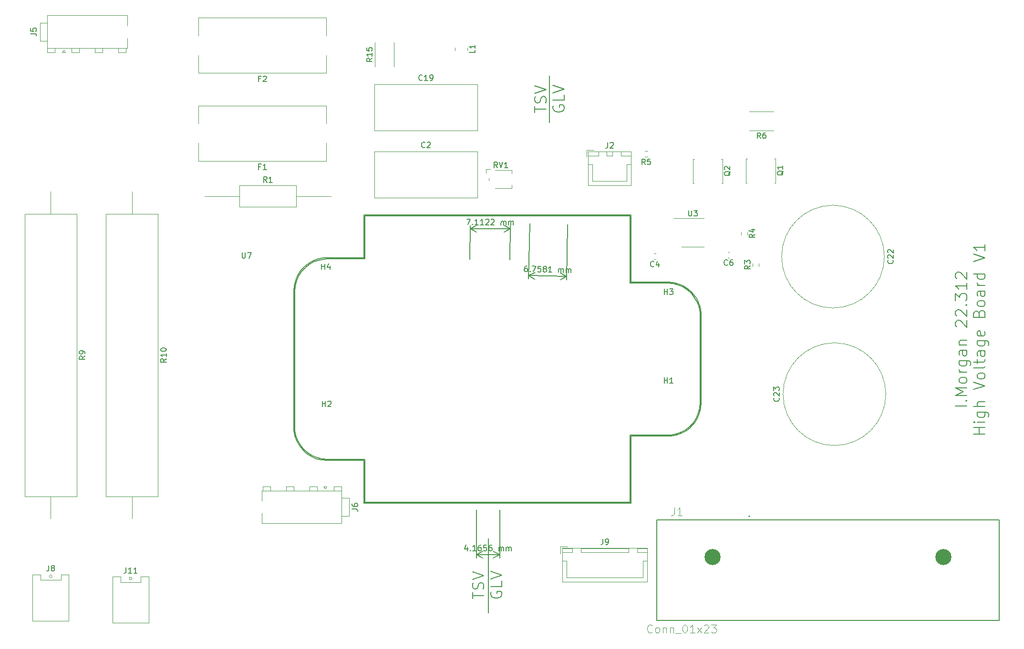
<source format=gbr>
%TF.GenerationSoftware,KiCad,Pcbnew,(6.0.1)*%
%TF.CreationDate,2022-11-29T11:45:12-05:00*%
%TF.ProjectId,high-voltage-board,68696768-2d76-46f6-9c74-6167652d626f,rev?*%
%TF.SameCoordinates,Original*%
%TF.FileFunction,Legend,Top*%
%TF.FilePolarity,Positive*%
%FSLAX46Y46*%
G04 Gerber Fmt 4.6, Leading zero omitted, Abs format (unit mm)*
G04 Created by KiCad (PCBNEW (6.0.1)) date 2022-11-29 11:45:12*
%MOMM*%
%LPD*%
G01*
G04 APERTURE LIST*
%ADD10C,0.150000*%
%ADD11C,0.050000*%
%ADD12C,0.120000*%
%ADD13C,0.200000*%
%ADD14C,0.127000*%
%ADD15C,2.850000*%
G04 APERTURE END LIST*
D10*
X145135600Y-60553600D02*
X145135600Y-52273200D01*
X134315200Y-134467600D02*
X134315200Y-147675600D01*
X131457561Y-145179752D02*
X131457561Y-144036895D01*
X133457561Y-144608323D02*
X131457561Y-144608323D01*
X133362323Y-143465466D02*
X133457561Y-143179752D01*
X133457561Y-142703561D01*
X133362323Y-142513085D01*
X133267085Y-142417847D01*
X133076609Y-142322609D01*
X132886133Y-142322609D01*
X132695657Y-142417847D01*
X132600419Y-142513085D01*
X132505180Y-142703561D01*
X132409942Y-143084514D01*
X132314704Y-143274990D01*
X132219466Y-143370228D01*
X132028990Y-143465466D01*
X131838514Y-143465466D01*
X131648038Y-143370228D01*
X131552800Y-143274990D01*
X131457561Y-143084514D01*
X131457561Y-142608323D01*
X131552800Y-142322609D01*
X131457561Y-141751180D02*
X133457561Y-141084514D01*
X131457561Y-140417847D01*
X134772800Y-143941657D02*
X134677561Y-144132133D01*
X134677561Y-144417847D01*
X134772800Y-144703561D01*
X134963276Y-144894038D01*
X135153752Y-144989276D01*
X135534704Y-145084514D01*
X135820419Y-145084514D01*
X136201371Y-144989276D01*
X136391847Y-144894038D01*
X136582323Y-144703561D01*
X136677561Y-144417847D01*
X136677561Y-144227371D01*
X136582323Y-143941657D01*
X136487085Y-143846419D01*
X135820419Y-143846419D01*
X135820419Y-144227371D01*
X136677561Y-142036895D02*
X136677561Y-142989276D01*
X134677561Y-142989276D01*
X134677561Y-141655942D02*
X136677561Y-140989276D01*
X134677561Y-140322609D01*
X219207961Y-110967942D02*
X217207961Y-110967942D01*
X219017485Y-110015561D02*
X219112723Y-109920323D01*
X219207961Y-110015561D01*
X219112723Y-110110800D01*
X219017485Y-110015561D01*
X219207961Y-110015561D01*
X219207961Y-109063180D02*
X217207961Y-109063180D01*
X218636533Y-108396514D01*
X217207961Y-107729847D01*
X219207961Y-107729847D01*
X219207961Y-106491752D02*
X219112723Y-106682228D01*
X219017485Y-106777466D01*
X218827009Y-106872704D01*
X218255580Y-106872704D01*
X218065104Y-106777466D01*
X217969866Y-106682228D01*
X217874628Y-106491752D01*
X217874628Y-106206038D01*
X217969866Y-106015561D01*
X218065104Y-105920323D01*
X218255580Y-105825085D01*
X218827009Y-105825085D01*
X219017485Y-105920323D01*
X219112723Y-106015561D01*
X219207961Y-106206038D01*
X219207961Y-106491752D01*
X219207961Y-104967942D02*
X217874628Y-104967942D01*
X218255580Y-104967942D02*
X218065104Y-104872704D01*
X217969866Y-104777466D01*
X217874628Y-104586990D01*
X217874628Y-104396514D01*
X217874628Y-102872704D02*
X219493676Y-102872704D01*
X219684152Y-102967942D01*
X219779390Y-103063180D01*
X219874628Y-103253657D01*
X219874628Y-103539371D01*
X219779390Y-103729847D01*
X219112723Y-102872704D02*
X219207961Y-103063180D01*
X219207961Y-103444133D01*
X219112723Y-103634609D01*
X219017485Y-103729847D01*
X218827009Y-103825085D01*
X218255580Y-103825085D01*
X218065104Y-103729847D01*
X217969866Y-103634609D01*
X217874628Y-103444133D01*
X217874628Y-103063180D01*
X217969866Y-102872704D01*
X219207961Y-101063180D02*
X218160342Y-101063180D01*
X217969866Y-101158419D01*
X217874628Y-101348895D01*
X217874628Y-101729847D01*
X217969866Y-101920323D01*
X219112723Y-101063180D02*
X219207961Y-101253657D01*
X219207961Y-101729847D01*
X219112723Y-101920323D01*
X218922247Y-102015561D01*
X218731771Y-102015561D01*
X218541295Y-101920323D01*
X218446057Y-101729847D01*
X218446057Y-101253657D01*
X218350819Y-101063180D01*
X217874628Y-100110800D02*
X219207961Y-100110800D01*
X218065104Y-100110800D02*
X217969866Y-100015561D01*
X217874628Y-99825085D01*
X217874628Y-99539371D01*
X217969866Y-99348895D01*
X218160342Y-99253657D01*
X219207961Y-99253657D01*
X217398438Y-96872704D02*
X217303200Y-96777466D01*
X217207961Y-96586990D01*
X217207961Y-96110800D01*
X217303200Y-95920323D01*
X217398438Y-95825085D01*
X217588914Y-95729847D01*
X217779390Y-95729847D01*
X218065104Y-95825085D01*
X219207961Y-96967942D01*
X219207961Y-95729847D01*
X217398438Y-94967942D02*
X217303200Y-94872704D01*
X217207961Y-94682228D01*
X217207961Y-94206038D01*
X217303200Y-94015561D01*
X217398438Y-93920323D01*
X217588914Y-93825085D01*
X217779390Y-93825085D01*
X218065104Y-93920323D01*
X219207961Y-95063180D01*
X219207961Y-93825085D01*
X219017485Y-92967942D02*
X219112723Y-92872704D01*
X219207961Y-92967942D01*
X219112723Y-93063180D01*
X219017485Y-92967942D01*
X219207961Y-92967942D01*
X217207961Y-92206038D02*
X217207961Y-90967942D01*
X217969866Y-91634609D01*
X217969866Y-91348895D01*
X218065104Y-91158419D01*
X218160342Y-91063180D01*
X218350819Y-90967942D01*
X218827009Y-90967942D01*
X219017485Y-91063180D01*
X219112723Y-91158419D01*
X219207961Y-91348895D01*
X219207961Y-91920323D01*
X219112723Y-92110800D01*
X219017485Y-92206038D01*
X219207961Y-89063180D02*
X219207961Y-90206038D01*
X219207961Y-89634609D02*
X217207961Y-89634609D01*
X217493676Y-89825085D01*
X217684152Y-90015561D01*
X217779390Y-90206038D01*
X217398438Y-88301276D02*
X217303200Y-88206038D01*
X217207961Y-88015561D01*
X217207961Y-87539371D01*
X217303200Y-87348895D01*
X217398438Y-87253657D01*
X217588914Y-87158419D01*
X217779390Y-87158419D01*
X218065104Y-87253657D01*
X219207961Y-88396514D01*
X219207961Y-87158419D01*
X222427961Y-115920323D02*
X220427961Y-115920323D01*
X221380342Y-115920323D02*
X221380342Y-114777466D01*
X222427961Y-114777466D02*
X220427961Y-114777466D01*
X222427961Y-113825085D02*
X221094628Y-113825085D01*
X220427961Y-113825085D02*
X220523200Y-113920323D01*
X220618438Y-113825085D01*
X220523200Y-113729847D01*
X220427961Y-113825085D01*
X220618438Y-113825085D01*
X221094628Y-112015561D02*
X222713676Y-112015561D01*
X222904152Y-112110799D01*
X222999390Y-112206038D01*
X223094628Y-112396514D01*
X223094628Y-112682228D01*
X222999390Y-112872704D01*
X222332723Y-112015561D02*
X222427961Y-112206038D01*
X222427961Y-112586990D01*
X222332723Y-112777466D01*
X222237485Y-112872704D01*
X222047009Y-112967942D01*
X221475580Y-112967942D01*
X221285104Y-112872704D01*
X221189866Y-112777466D01*
X221094628Y-112586990D01*
X221094628Y-112206038D01*
X221189866Y-112015561D01*
X222427961Y-111063180D02*
X220427961Y-111063180D01*
X222427961Y-110206038D02*
X221380342Y-110206038D01*
X221189866Y-110301276D01*
X221094628Y-110491752D01*
X221094628Y-110777466D01*
X221189866Y-110967942D01*
X221285104Y-111063180D01*
X220427961Y-108015561D02*
X222427961Y-107348895D01*
X220427961Y-106682228D01*
X222427961Y-105729847D02*
X222332723Y-105920323D01*
X222237485Y-106015561D01*
X222047009Y-106110799D01*
X221475580Y-106110799D01*
X221285104Y-106015561D01*
X221189866Y-105920323D01*
X221094628Y-105729847D01*
X221094628Y-105444133D01*
X221189866Y-105253657D01*
X221285104Y-105158419D01*
X221475580Y-105063180D01*
X222047009Y-105063180D01*
X222237485Y-105158419D01*
X222332723Y-105253657D01*
X222427961Y-105444133D01*
X222427961Y-105729847D01*
X222427961Y-103920323D02*
X222332723Y-104110799D01*
X222142247Y-104206038D01*
X220427961Y-104206038D01*
X221094628Y-103444133D02*
X221094628Y-102682228D01*
X220427961Y-103158419D02*
X222142247Y-103158419D01*
X222332723Y-103063180D01*
X222427961Y-102872704D01*
X222427961Y-102682228D01*
X222427961Y-101158419D02*
X221380342Y-101158419D01*
X221189866Y-101253657D01*
X221094628Y-101444133D01*
X221094628Y-101825085D01*
X221189866Y-102015561D01*
X222332723Y-101158419D02*
X222427961Y-101348895D01*
X222427961Y-101825085D01*
X222332723Y-102015561D01*
X222142247Y-102110800D01*
X221951771Y-102110800D01*
X221761295Y-102015561D01*
X221666057Y-101825085D01*
X221666057Y-101348895D01*
X221570819Y-101158419D01*
X221094628Y-99348895D02*
X222713676Y-99348895D01*
X222904152Y-99444133D01*
X222999390Y-99539371D01*
X223094628Y-99729847D01*
X223094628Y-100015561D01*
X222999390Y-100206038D01*
X222332723Y-99348895D02*
X222427961Y-99539371D01*
X222427961Y-99920323D01*
X222332723Y-100110800D01*
X222237485Y-100206038D01*
X222047009Y-100301276D01*
X221475580Y-100301276D01*
X221285104Y-100206038D01*
X221189866Y-100110800D01*
X221094628Y-99920323D01*
X221094628Y-99539371D01*
X221189866Y-99348895D01*
X222332723Y-97634609D02*
X222427961Y-97825085D01*
X222427961Y-98206038D01*
X222332723Y-98396514D01*
X222142247Y-98491752D01*
X221380342Y-98491752D01*
X221189866Y-98396514D01*
X221094628Y-98206038D01*
X221094628Y-97825085D01*
X221189866Y-97634609D01*
X221380342Y-97539371D01*
X221570819Y-97539371D01*
X221761295Y-98491752D01*
X221380342Y-94491752D02*
X221475580Y-94206038D01*
X221570819Y-94110800D01*
X221761295Y-94015561D01*
X222047009Y-94015561D01*
X222237485Y-94110800D01*
X222332723Y-94206038D01*
X222427961Y-94396514D01*
X222427961Y-95158419D01*
X220427961Y-95158419D01*
X220427961Y-94491752D01*
X220523200Y-94301276D01*
X220618438Y-94206038D01*
X220808914Y-94110800D01*
X220999390Y-94110800D01*
X221189866Y-94206038D01*
X221285104Y-94301276D01*
X221380342Y-94491752D01*
X221380342Y-95158419D01*
X222427961Y-92872704D02*
X222332723Y-93063180D01*
X222237485Y-93158419D01*
X222047009Y-93253657D01*
X221475580Y-93253657D01*
X221285104Y-93158419D01*
X221189866Y-93063180D01*
X221094628Y-92872704D01*
X221094628Y-92586990D01*
X221189866Y-92396514D01*
X221285104Y-92301276D01*
X221475580Y-92206038D01*
X222047009Y-92206038D01*
X222237485Y-92301276D01*
X222332723Y-92396514D01*
X222427961Y-92586990D01*
X222427961Y-92872704D01*
X222427961Y-90491752D02*
X221380342Y-90491752D01*
X221189866Y-90586990D01*
X221094628Y-90777466D01*
X221094628Y-91158419D01*
X221189866Y-91348895D01*
X222332723Y-90491752D02*
X222427961Y-90682228D01*
X222427961Y-91158419D01*
X222332723Y-91348895D01*
X222142247Y-91444133D01*
X221951771Y-91444133D01*
X221761295Y-91348895D01*
X221666057Y-91158419D01*
X221666057Y-90682228D01*
X221570819Y-90491752D01*
X222427961Y-89539371D02*
X221094628Y-89539371D01*
X221475580Y-89539371D02*
X221285104Y-89444133D01*
X221189866Y-89348895D01*
X221094628Y-89158419D01*
X221094628Y-88967942D01*
X222427961Y-87444133D02*
X220427961Y-87444133D01*
X222332723Y-87444133D02*
X222427961Y-87634609D01*
X222427961Y-88015561D01*
X222332723Y-88206038D01*
X222237485Y-88301276D01*
X222047009Y-88396514D01*
X221475580Y-88396514D01*
X221285104Y-88301276D01*
X221189866Y-88206038D01*
X221094628Y-88015561D01*
X221094628Y-87634609D01*
X221189866Y-87444133D01*
X220427961Y-85253657D02*
X222427961Y-84586990D01*
X220427961Y-83920323D01*
X222427961Y-82206038D02*
X222427961Y-83348895D01*
X222427961Y-82777466D02*
X220427961Y-82777466D01*
X220713676Y-82967942D01*
X220904152Y-83158419D01*
X220999390Y-83348895D01*
X142531961Y-58794352D02*
X142531961Y-57651495D01*
X144531961Y-58222923D02*
X142531961Y-58222923D01*
X144436723Y-57080066D02*
X144531961Y-56794352D01*
X144531961Y-56318161D01*
X144436723Y-56127685D01*
X144341485Y-56032447D01*
X144151009Y-55937209D01*
X143960533Y-55937209D01*
X143770057Y-56032447D01*
X143674819Y-56127685D01*
X143579580Y-56318161D01*
X143484342Y-56699114D01*
X143389104Y-56889590D01*
X143293866Y-56984828D01*
X143103390Y-57080066D01*
X142912914Y-57080066D01*
X142722438Y-56984828D01*
X142627200Y-56889590D01*
X142531961Y-56699114D01*
X142531961Y-56222923D01*
X142627200Y-55937209D01*
X142531961Y-55365780D02*
X144531961Y-54699114D01*
X142531961Y-54032447D01*
X145847200Y-57556257D02*
X145751961Y-57746733D01*
X145751961Y-58032447D01*
X145847200Y-58318161D01*
X146037676Y-58508638D01*
X146228152Y-58603876D01*
X146609104Y-58699114D01*
X146894819Y-58699114D01*
X147275771Y-58603876D01*
X147466247Y-58508638D01*
X147656723Y-58318161D01*
X147751961Y-58032447D01*
X147751961Y-57841971D01*
X147656723Y-57556257D01*
X147561485Y-57461019D01*
X146894819Y-57461019D01*
X146894819Y-57841971D01*
X147751961Y-55651495D02*
X147751961Y-56603876D01*
X145751961Y-56603876D01*
X145751961Y-55270542D02*
X147751961Y-54603876D01*
X145751961Y-53937209D01*
X130433678Y-77711661D02*
X131100327Y-77716423D01*
X130664624Y-78713336D01*
X131474808Y-78623883D02*
X131522085Y-78671841D01*
X131474127Y-78719119D01*
X131426850Y-78671161D01*
X131474808Y-78623883D01*
X131474127Y-78719119D01*
X132474102Y-78726261D02*
X131902688Y-78722180D01*
X132188395Y-78724220D02*
X132195537Y-77724246D01*
X132099281Y-77866419D01*
X132003366Y-77960975D01*
X131907790Y-78007912D01*
X133426458Y-78733064D02*
X132855044Y-78728982D01*
X133140751Y-78731023D02*
X133147894Y-77731048D01*
X133051638Y-77873222D01*
X132955722Y-77967777D01*
X132860146Y-78014715D01*
X133813864Y-77831046D02*
X133861822Y-77783768D01*
X133957397Y-77736831D01*
X134195486Y-77738531D01*
X134290382Y-77786829D01*
X134337660Y-77834787D01*
X134384597Y-77930363D01*
X134383917Y-78025599D01*
X134335279Y-78168112D01*
X133759783Y-78735445D01*
X134378815Y-78739866D01*
X134766220Y-77837848D02*
X134814178Y-77790571D01*
X134909754Y-77743633D01*
X135147843Y-77745334D01*
X135242739Y-77793632D01*
X135290016Y-77841590D01*
X135336954Y-77937166D01*
X135336274Y-78032401D01*
X135287635Y-78174915D01*
X134712140Y-78742247D01*
X135331172Y-78746669D01*
X136521618Y-78755172D02*
X136526379Y-78088522D01*
X136525699Y-78183758D02*
X136573657Y-78136480D01*
X136669233Y-78089543D01*
X136812086Y-78090563D01*
X136906982Y-78138861D01*
X136953920Y-78234437D01*
X136950178Y-78758233D01*
X136953920Y-78234437D02*
X137002218Y-78139541D01*
X137097793Y-78092604D01*
X137240647Y-78093624D01*
X137335542Y-78141922D01*
X137382480Y-78237498D01*
X137378739Y-78761294D01*
X137854917Y-78764696D02*
X137859679Y-78098046D01*
X137858998Y-78193282D02*
X137906956Y-78146004D01*
X138002532Y-78099066D01*
X138145386Y-78100087D01*
X138240281Y-78148385D01*
X138287219Y-78243961D01*
X138283477Y-78767757D01*
X138287219Y-78243961D02*
X138335517Y-78149065D01*
X138431093Y-78102127D01*
X138573946Y-78103148D01*
X138668842Y-78151446D01*
X138715779Y-78247022D01*
X138712038Y-78770818D01*
X131016771Y-84894813D02*
X131060110Y-78827364D01*
X138128771Y-84945613D02*
X138172110Y-78878164D01*
X131055922Y-79413769D02*
X138167922Y-79464569D01*
X131055922Y-79413769D02*
X138167922Y-79464569D01*
X131055922Y-79413769D02*
X132178208Y-80008221D01*
X131055922Y-79413769D02*
X132186586Y-78835409D01*
X138167922Y-79464569D02*
X137045636Y-78870117D01*
X138167922Y-79464569D02*
X137037258Y-80042929D01*
X141161494Y-86063076D02*
X140971067Y-86058781D01*
X140874779Y-86104240D01*
X140826098Y-86150773D01*
X140727663Y-86291446D01*
X140675760Y-86480800D01*
X140667170Y-86861656D01*
X140712629Y-86957943D01*
X140759162Y-87006624D01*
X140853302Y-87056379D01*
X141043730Y-87060674D01*
X141140018Y-87015215D01*
X141188698Y-86968682D01*
X141238453Y-86874542D01*
X141243822Y-86636507D01*
X141198363Y-86540219D01*
X141151830Y-86491538D01*
X141057690Y-86441784D01*
X140867262Y-86437488D01*
X140770974Y-86482948D01*
X140722294Y-86529481D01*
X140672539Y-86623621D01*
X141664768Y-86979420D02*
X141711301Y-87028101D01*
X141662620Y-87074634D01*
X141616087Y-87025953D01*
X141664768Y-86979420D01*
X141662620Y-87074634D01*
X142066026Y-86083479D02*
X142732523Y-86098513D01*
X142281510Y-87088594D01*
X143589448Y-86117842D02*
X143113379Y-86107103D01*
X143055034Y-86582099D01*
X143103714Y-86535566D01*
X143200002Y-86490107D01*
X143438037Y-86495476D01*
X143532177Y-86545230D01*
X143578710Y-86593911D01*
X143624169Y-86690199D01*
X143618800Y-86928234D01*
X143569045Y-87022374D01*
X143520365Y-87068907D01*
X143424077Y-87114366D01*
X143186042Y-87108997D01*
X143091902Y-87059242D01*
X143045369Y-87010561D01*
X144198674Y-86560264D02*
X144104534Y-86510510D01*
X144058001Y-86461829D01*
X144012542Y-86365541D01*
X144013615Y-86317934D01*
X144063370Y-86223794D01*
X144112051Y-86177261D01*
X144208338Y-86131802D01*
X144398766Y-86136097D01*
X144492906Y-86185852D01*
X144539439Y-86234533D01*
X144584899Y-86330820D01*
X144583825Y-86378427D01*
X144534070Y-86472567D01*
X144485389Y-86519100D01*
X144389102Y-86564560D01*
X144198674Y-86560264D01*
X144102386Y-86605723D01*
X144053705Y-86652257D01*
X144003951Y-86746397D01*
X143999655Y-86936824D01*
X144045115Y-87033112D01*
X144091648Y-87081793D01*
X144185788Y-87131547D01*
X144376216Y-87135843D01*
X144472503Y-87090384D01*
X144521184Y-87043850D01*
X144570939Y-86949710D01*
X144575234Y-86759283D01*
X144529775Y-86662995D01*
X144483242Y-86614314D01*
X144389102Y-86564560D01*
X145518782Y-87161615D02*
X144947499Y-87148729D01*
X145233140Y-87155172D02*
X145255691Y-86155426D01*
X145157256Y-86296099D01*
X145059894Y-86389166D01*
X144963606Y-86434625D01*
X146708956Y-87188461D02*
X146723989Y-86521964D01*
X146721842Y-86617178D02*
X146770522Y-86570645D01*
X146866810Y-86525185D01*
X147009631Y-86528407D01*
X147103771Y-86578162D01*
X147149230Y-86674449D01*
X147137418Y-87198126D01*
X147149230Y-86674449D02*
X147198985Y-86580309D01*
X147295273Y-86534850D01*
X147438093Y-86538072D01*
X147532233Y-86587826D01*
X147577693Y-86684114D01*
X147565880Y-87207790D01*
X148041950Y-87218529D02*
X148056984Y-86552031D01*
X148054836Y-86647245D02*
X148103517Y-86600712D01*
X148199804Y-86555253D01*
X148342625Y-86558474D01*
X148436765Y-86608229D01*
X148482225Y-86704517D01*
X148470412Y-87228193D01*
X148482225Y-86704517D02*
X148531979Y-86610377D01*
X148628267Y-86564918D01*
X148771088Y-86568139D01*
X148865228Y-86617894D01*
X148910687Y-86714181D01*
X148898875Y-87237858D01*
X141619125Y-78528673D02*
X141397523Y-88353021D01*
X148375525Y-78681073D02*
X148153923Y-88505421D01*
X141410747Y-87766750D02*
X148167147Y-87919150D01*
X141410747Y-87766750D02*
X148167147Y-87919150D01*
X141410747Y-87766750D02*
X142523740Y-88378425D01*
X141410747Y-87766750D02*
X142550188Y-87205882D01*
X148167147Y-87919150D02*
X147054154Y-87307475D01*
X148167147Y-87919150D02*
X147027706Y-88480018D01*
X130546933Y-135998914D02*
X130546933Y-136665580D01*
X130308838Y-135617961D02*
X130070742Y-136332247D01*
X130689790Y-136332247D01*
X131070742Y-136570342D02*
X131118361Y-136617961D01*
X131070742Y-136665580D01*
X131023123Y-136617961D01*
X131070742Y-136570342D01*
X131070742Y-136665580D01*
X132070742Y-136665580D02*
X131499314Y-136665580D01*
X131785028Y-136665580D02*
X131785028Y-135665580D01*
X131689790Y-135808438D01*
X131594552Y-135903676D01*
X131499314Y-135951295D01*
X132927885Y-135665580D02*
X132737409Y-135665580D01*
X132642171Y-135713200D01*
X132594552Y-135760819D01*
X132499314Y-135903676D01*
X132451695Y-136094152D01*
X132451695Y-136475104D01*
X132499314Y-136570342D01*
X132546933Y-136617961D01*
X132642171Y-136665580D01*
X132832647Y-136665580D01*
X132927885Y-136617961D01*
X132975504Y-136570342D01*
X133023123Y-136475104D01*
X133023123Y-136237009D01*
X132975504Y-136141771D01*
X132927885Y-136094152D01*
X132832647Y-136046533D01*
X132642171Y-136046533D01*
X132546933Y-136094152D01*
X132499314Y-136141771D01*
X132451695Y-136237009D01*
X133927885Y-135665580D02*
X133451695Y-135665580D01*
X133404076Y-136141771D01*
X133451695Y-136094152D01*
X133546933Y-136046533D01*
X133785028Y-136046533D01*
X133880266Y-136094152D01*
X133927885Y-136141771D01*
X133975504Y-136237009D01*
X133975504Y-136475104D01*
X133927885Y-136570342D01*
X133880266Y-136617961D01*
X133785028Y-136665580D01*
X133546933Y-136665580D01*
X133451695Y-136617961D01*
X133404076Y-136570342D01*
X134832647Y-135665580D02*
X134642171Y-135665580D01*
X134546933Y-135713200D01*
X134499314Y-135760819D01*
X134404076Y-135903676D01*
X134356457Y-136094152D01*
X134356457Y-136475104D01*
X134404076Y-136570342D01*
X134451695Y-136617961D01*
X134546933Y-136665580D01*
X134737409Y-136665580D01*
X134832647Y-136617961D01*
X134880266Y-136570342D01*
X134927885Y-136475104D01*
X134927885Y-136237009D01*
X134880266Y-136141771D01*
X134832647Y-136094152D01*
X134737409Y-136046533D01*
X134546933Y-136046533D01*
X134451695Y-136094152D01*
X134404076Y-136141771D01*
X134356457Y-136237009D01*
X136118361Y-136665580D02*
X136118361Y-135998914D01*
X136118361Y-136094152D02*
X136165980Y-136046533D01*
X136261219Y-135998914D01*
X136404076Y-135998914D01*
X136499314Y-136046533D01*
X136546933Y-136141771D01*
X136546933Y-136665580D01*
X136546933Y-136141771D02*
X136594552Y-136046533D01*
X136689790Y-135998914D01*
X136832647Y-135998914D01*
X136927885Y-136046533D01*
X136975504Y-136141771D01*
X136975504Y-136665580D01*
X137451695Y-136665580D02*
X137451695Y-135998914D01*
X137451695Y-136094152D02*
X137499314Y-136046533D01*
X137594552Y-135998914D01*
X137737409Y-135998914D01*
X137832647Y-136046533D01*
X137880266Y-136141771D01*
X137880266Y-136665580D01*
X137880266Y-136141771D02*
X137927885Y-136046533D01*
X138023123Y-135998914D01*
X138165980Y-135998914D01*
X138261219Y-136046533D01*
X138308838Y-136141771D01*
X138308838Y-136665580D01*
X132130800Y-129379600D02*
X132130800Y-137949620D01*
X136296400Y-129379600D02*
X136296400Y-137949620D01*
X132130800Y-137363200D02*
X136296400Y-137363200D01*
X132130800Y-137363200D02*
X136296400Y-137363200D01*
X132130800Y-137363200D02*
X133257304Y-137949621D01*
X132130800Y-137363200D02*
X133257304Y-136776779D01*
X136296400Y-137363200D02*
X135169896Y-136776779D01*
X136296400Y-137363200D02*
X135169896Y-137949621D01*
%TO.C,J5*%
X53035380Y-44784333D02*
X53749666Y-44784333D01*
X53892523Y-44831952D01*
X53987761Y-44927190D01*
X54035380Y-45070047D01*
X54035380Y-45165285D01*
X53035380Y-43831952D02*
X53035380Y-44308142D01*
X53511571Y-44355761D01*
X53463952Y-44308142D01*
X53416333Y-44212904D01*
X53416333Y-43974809D01*
X53463952Y-43879571D01*
X53511571Y-43831952D01*
X53606809Y-43784333D01*
X53844904Y-43784333D01*
X53940142Y-43831952D01*
X53987761Y-43879571D01*
X54035380Y-43974809D01*
X54035380Y-44212904D01*
X53987761Y-44308142D01*
X53940142Y-44355761D01*
%TO.C,J2*%
X155475666Y-64101380D02*
X155475666Y-64815666D01*
X155428047Y-64958523D01*
X155332809Y-65053761D01*
X155189952Y-65101380D01*
X155094714Y-65101380D01*
X155904238Y-64196619D02*
X155951857Y-64149000D01*
X156047095Y-64101380D01*
X156285190Y-64101380D01*
X156380428Y-64149000D01*
X156428047Y-64196619D01*
X156475666Y-64291857D01*
X156475666Y-64387095D01*
X156428047Y-64529952D01*
X155856619Y-65101380D01*
X156475666Y-65101380D01*
%TO.C,U7*%
X90551095Y-83653380D02*
X90551095Y-84462904D01*
X90598714Y-84558142D01*
X90646333Y-84605761D01*
X90741571Y-84653380D01*
X90932047Y-84653380D01*
X91027285Y-84605761D01*
X91074904Y-84558142D01*
X91122523Y-84462904D01*
X91122523Y-83653380D01*
X91503476Y-83653380D02*
X92170142Y-83653380D01*
X91741571Y-84653380D01*
%TO.C,F1*%
X93826666Y-68412571D02*
X93493333Y-68412571D01*
X93493333Y-68936380D02*
X93493333Y-67936380D01*
X93969523Y-67936380D01*
X94874285Y-68936380D02*
X94302857Y-68936380D01*
X94588571Y-68936380D02*
X94588571Y-67936380D01*
X94493333Y-68079238D01*
X94398095Y-68174476D01*
X94302857Y-68222095D01*
%TO.C,H4*%
X104677215Y-86674280D02*
X104677215Y-85674280D01*
X104677215Y-86150471D02*
X105248643Y-86150471D01*
X105248643Y-86674280D02*
X105248643Y-85674280D01*
X106153405Y-86007614D02*
X106153405Y-86674280D01*
X105915310Y-85626661D02*
X105677215Y-86340947D01*
X106296262Y-86340947D01*
%TO.C,C22*%
X206060142Y-85037857D02*
X206107761Y-85085476D01*
X206155380Y-85228333D01*
X206155380Y-85323571D01*
X206107761Y-85466428D01*
X206012523Y-85561666D01*
X205917285Y-85609285D01*
X205726809Y-85656904D01*
X205583952Y-85656904D01*
X205393476Y-85609285D01*
X205298238Y-85561666D01*
X205203000Y-85466428D01*
X205155380Y-85323571D01*
X205155380Y-85228333D01*
X205203000Y-85085476D01*
X205250619Y-85037857D01*
X205250619Y-84656904D02*
X205203000Y-84609285D01*
X205155380Y-84514047D01*
X205155380Y-84275952D01*
X205203000Y-84180714D01*
X205250619Y-84133095D01*
X205345857Y-84085476D01*
X205441095Y-84085476D01*
X205583952Y-84133095D01*
X206155380Y-84704523D01*
X206155380Y-84085476D01*
X205250619Y-83704523D02*
X205203000Y-83656904D01*
X205155380Y-83561666D01*
X205155380Y-83323571D01*
X205203000Y-83228333D01*
X205250619Y-83180714D01*
X205345857Y-83133095D01*
X205441095Y-83133095D01*
X205583952Y-83180714D01*
X206155380Y-83752142D01*
X206155380Y-83133095D01*
%TO.C,C19*%
X122547142Y-53019142D02*
X122499523Y-53066761D01*
X122356666Y-53114380D01*
X122261428Y-53114380D01*
X122118571Y-53066761D01*
X122023333Y-52971523D01*
X121975714Y-52876285D01*
X121928095Y-52685809D01*
X121928095Y-52542952D01*
X121975714Y-52352476D01*
X122023333Y-52257238D01*
X122118571Y-52162000D01*
X122261428Y-52114380D01*
X122356666Y-52114380D01*
X122499523Y-52162000D01*
X122547142Y-52209619D01*
X123499523Y-53114380D02*
X122928095Y-53114380D01*
X123213809Y-53114380D02*
X123213809Y-52114380D01*
X123118571Y-52257238D01*
X123023333Y-52352476D01*
X122928095Y-52400095D01*
X123975714Y-53114380D02*
X124166190Y-53114380D01*
X124261428Y-53066761D01*
X124309047Y-53019142D01*
X124404285Y-52876285D01*
X124451904Y-52685809D01*
X124451904Y-52304857D01*
X124404285Y-52209619D01*
X124356666Y-52162000D01*
X124261428Y-52114380D01*
X124070952Y-52114380D01*
X123975714Y-52162000D01*
X123928095Y-52209619D01*
X123880476Y-52304857D01*
X123880476Y-52542952D01*
X123928095Y-52638190D01*
X123975714Y-52685809D01*
X124070952Y-52733428D01*
X124261428Y-52733428D01*
X124356666Y-52685809D01*
X124404285Y-52638190D01*
X124451904Y-52542952D01*
%TO.C,J9*%
X154606666Y-134569380D02*
X154606666Y-135283666D01*
X154559047Y-135426523D01*
X154463809Y-135521761D01*
X154320952Y-135569380D01*
X154225714Y-135569380D01*
X155130476Y-135569380D02*
X155320952Y-135569380D01*
X155416190Y-135521761D01*
X155463809Y-135474142D01*
X155559047Y-135331285D01*
X155606666Y-135140809D01*
X155606666Y-134759857D01*
X155559047Y-134664619D01*
X155511428Y-134617000D01*
X155416190Y-134569380D01*
X155225714Y-134569380D01*
X155130476Y-134617000D01*
X155082857Y-134664619D01*
X155035238Y-134759857D01*
X155035238Y-134997952D01*
X155082857Y-135093190D01*
X155130476Y-135140809D01*
X155225714Y-135188428D01*
X155416190Y-135188428D01*
X155511428Y-135140809D01*
X155559047Y-135093190D01*
X155606666Y-134997952D01*
%TO.C,C4*%
X163663333Y-86115142D02*
X163615714Y-86162761D01*
X163472857Y-86210380D01*
X163377619Y-86210380D01*
X163234761Y-86162761D01*
X163139523Y-86067523D01*
X163091904Y-85972285D01*
X163044285Y-85781809D01*
X163044285Y-85638952D01*
X163091904Y-85448476D01*
X163139523Y-85353238D01*
X163234761Y-85258000D01*
X163377619Y-85210380D01*
X163472857Y-85210380D01*
X163615714Y-85258000D01*
X163663333Y-85305619D01*
X164520476Y-85543714D02*
X164520476Y-86210380D01*
X164282380Y-85162761D02*
X164044285Y-85877047D01*
X164663333Y-85877047D01*
%TO.C,H2*%
X104775095Y-111060380D02*
X104775095Y-110060380D01*
X104775095Y-110536571D02*
X105346523Y-110536571D01*
X105346523Y-111060380D02*
X105346523Y-110060380D01*
X105775095Y-110155619D02*
X105822714Y-110108000D01*
X105917952Y-110060380D01*
X106156047Y-110060380D01*
X106251285Y-110108000D01*
X106298904Y-110155619D01*
X106346523Y-110250857D01*
X106346523Y-110346095D01*
X106298904Y-110488952D01*
X105727476Y-111060380D01*
X106346523Y-111060380D01*
%TO.C,C23*%
X185814142Y-109481857D02*
X185861761Y-109529476D01*
X185909380Y-109672333D01*
X185909380Y-109767571D01*
X185861761Y-109910428D01*
X185766523Y-110005666D01*
X185671285Y-110053285D01*
X185480809Y-110100904D01*
X185337952Y-110100904D01*
X185147476Y-110053285D01*
X185052238Y-110005666D01*
X184957000Y-109910428D01*
X184909380Y-109767571D01*
X184909380Y-109672333D01*
X184957000Y-109529476D01*
X185004619Y-109481857D01*
X185004619Y-109100904D02*
X184957000Y-109053285D01*
X184909380Y-108958047D01*
X184909380Y-108719952D01*
X184957000Y-108624714D01*
X185004619Y-108577095D01*
X185099857Y-108529476D01*
X185195095Y-108529476D01*
X185337952Y-108577095D01*
X185909380Y-109148523D01*
X185909380Y-108529476D01*
X184909380Y-108196142D02*
X184909380Y-107577095D01*
X185290333Y-107910428D01*
X185290333Y-107767571D01*
X185337952Y-107672333D01*
X185385571Y-107624714D01*
X185480809Y-107577095D01*
X185718904Y-107577095D01*
X185814142Y-107624714D01*
X185861761Y-107672333D01*
X185909380Y-107767571D01*
X185909380Y-108053285D01*
X185861761Y-108148523D01*
X185814142Y-108196142D01*
%TO.C,R5*%
X162115833Y-68049380D02*
X161782500Y-67573190D01*
X161544404Y-68049380D02*
X161544404Y-67049380D01*
X161925357Y-67049380D01*
X162020595Y-67097000D01*
X162068214Y-67144619D01*
X162115833Y-67239857D01*
X162115833Y-67382714D01*
X162068214Y-67477952D01*
X162020595Y-67525571D01*
X161925357Y-67573190D01*
X161544404Y-67573190D01*
X163020595Y-67049380D02*
X162544404Y-67049380D01*
X162496785Y-67525571D01*
X162544404Y-67477952D01*
X162639642Y-67430333D01*
X162877738Y-67430333D01*
X162972976Y-67477952D01*
X163020595Y-67525571D01*
X163068214Y-67620809D01*
X163068214Y-67858904D01*
X163020595Y-67954142D01*
X162972976Y-68001761D01*
X162877738Y-68049380D01*
X162639642Y-68049380D01*
X162544404Y-68001761D01*
X162496785Y-67954142D01*
%TO.C,R3*%
X180759380Y-86018666D02*
X180283190Y-86352000D01*
X180759380Y-86590095D02*
X179759380Y-86590095D01*
X179759380Y-86209142D01*
X179807000Y-86113904D01*
X179854619Y-86066285D01*
X179949857Y-86018666D01*
X180092714Y-86018666D01*
X180187952Y-86066285D01*
X180235571Y-86113904D01*
X180283190Y-86209142D01*
X180283190Y-86590095D01*
X179759380Y-85685333D02*
X179759380Y-85066285D01*
X180140333Y-85399619D01*
X180140333Y-85256761D01*
X180187952Y-85161523D01*
X180235571Y-85113904D01*
X180330809Y-85066285D01*
X180568904Y-85066285D01*
X180664142Y-85113904D01*
X180711761Y-85161523D01*
X180759380Y-85256761D01*
X180759380Y-85542476D01*
X180711761Y-85637714D01*
X180664142Y-85685333D01*
%TO.C,R15*%
X113656380Y-49156857D02*
X113180190Y-49490190D01*
X113656380Y-49728285D02*
X112656380Y-49728285D01*
X112656380Y-49347333D01*
X112704000Y-49252095D01*
X112751619Y-49204476D01*
X112846857Y-49156857D01*
X112989714Y-49156857D01*
X113084952Y-49204476D01*
X113132571Y-49252095D01*
X113180190Y-49347333D01*
X113180190Y-49728285D01*
X113656380Y-48204476D02*
X113656380Y-48775904D01*
X113656380Y-48490190D02*
X112656380Y-48490190D01*
X112799238Y-48585428D01*
X112894476Y-48680666D01*
X112942095Y-48775904D01*
X112656380Y-47299714D02*
X112656380Y-47775904D01*
X113132571Y-47823523D01*
X113084952Y-47775904D01*
X113037333Y-47680666D01*
X113037333Y-47442571D01*
X113084952Y-47347333D01*
X113132571Y-47299714D01*
X113227809Y-47252095D01*
X113465904Y-47252095D01*
X113561142Y-47299714D01*
X113608761Y-47347333D01*
X113656380Y-47442571D01*
X113656380Y-47680666D01*
X113608761Y-47775904D01*
X113561142Y-47823523D01*
%TO.C,Q1*%
X186653619Y-69173238D02*
X186606000Y-69268476D01*
X186510761Y-69363714D01*
X186367904Y-69506571D01*
X186320285Y-69601809D01*
X186320285Y-69697047D01*
X186558380Y-69649428D02*
X186510761Y-69744666D01*
X186415523Y-69839904D01*
X186225047Y-69887523D01*
X185891714Y-69887523D01*
X185701238Y-69839904D01*
X185606000Y-69744666D01*
X185558380Y-69649428D01*
X185558380Y-69458952D01*
X185606000Y-69363714D01*
X185701238Y-69268476D01*
X185891714Y-69220857D01*
X186225047Y-69220857D01*
X186415523Y-69268476D01*
X186510761Y-69363714D01*
X186558380Y-69458952D01*
X186558380Y-69649428D01*
X186558380Y-68268476D02*
X186558380Y-68839904D01*
X186558380Y-68554190D02*
X185558380Y-68554190D01*
X185701238Y-68649428D01*
X185796476Y-68744666D01*
X185844095Y-68839904D01*
%TO.C,H1*%
X165481095Y-106869380D02*
X165481095Y-105869380D01*
X165481095Y-106345571D02*
X166052523Y-106345571D01*
X166052523Y-106869380D02*
X166052523Y-105869380D01*
X167052523Y-106869380D02*
X166481095Y-106869380D01*
X166766809Y-106869380D02*
X166766809Y-105869380D01*
X166671571Y-106012238D01*
X166576333Y-106107476D01*
X166481095Y-106155095D01*
%TO.C,J11*%
X69954876Y-139641180D02*
X69954876Y-140355466D01*
X69907257Y-140498323D01*
X69812019Y-140593561D01*
X69669161Y-140641180D01*
X69573923Y-140641180D01*
X70954876Y-140641180D02*
X70383447Y-140641180D01*
X70669161Y-140641180D02*
X70669161Y-139641180D01*
X70573923Y-139784038D01*
X70478685Y-139879276D01*
X70383447Y-139926895D01*
X71907257Y-140641180D02*
X71335828Y-140641180D01*
X71621542Y-140641180D02*
X71621542Y-139641180D01*
X71526304Y-139784038D01*
X71431066Y-139879276D01*
X71335828Y-139926895D01*
%TO.C,U3*%
X169799095Y-76189380D02*
X169799095Y-76998904D01*
X169846714Y-77094142D01*
X169894333Y-77141761D01*
X169989571Y-77189380D01*
X170180047Y-77189380D01*
X170275285Y-77141761D01*
X170322904Y-77094142D01*
X170370523Y-76998904D01*
X170370523Y-76189380D01*
X170751476Y-76189380D02*
X171370523Y-76189380D01*
X171037190Y-76570333D01*
X171180047Y-76570333D01*
X171275285Y-76617952D01*
X171322904Y-76665571D01*
X171370523Y-76760809D01*
X171370523Y-76998904D01*
X171322904Y-77094142D01*
X171275285Y-77141761D01*
X171180047Y-77189380D01*
X170894333Y-77189380D01*
X170799095Y-77141761D01*
X170751476Y-77094142D01*
%TO.C,C6*%
X176744333Y-85861142D02*
X176696714Y-85908761D01*
X176553857Y-85956380D01*
X176458619Y-85956380D01*
X176315761Y-85908761D01*
X176220523Y-85813523D01*
X176172904Y-85718285D01*
X176125285Y-85527809D01*
X176125285Y-85384952D01*
X176172904Y-85194476D01*
X176220523Y-85099238D01*
X176315761Y-85004000D01*
X176458619Y-84956380D01*
X176553857Y-84956380D01*
X176696714Y-85004000D01*
X176744333Y-85051619D01*
X177601476Y-84956380D02*
X177411000Y-84956380D01*
X177315761Y-85004000D01*
X177268142Y-85051619D01*
X177172904Y-85194476D01*
X177125285Y-85384952D01*
X177125285Y-85765904D01*
X177172904Y-85861142D01*
X177220523Y-85908761D01*
X177315761Y-85956380D01*
X177506238Y-85956380D01*
X177601476Y-85908761D01*
X177649095Y-85861142D01*
X177696714Y-85765904D01*
X177696714Y-85527809D01*
X177649095Y-85432571D01*
X177601476Y-85384952D01*
X177506238Y-85337333D01*
X177315761Y-85337333D01*
X177220523Y-85384952D01*
X177172904Y-85432571D01*
X177125285Y-85527809D01*
%TO.C,R9*%
X62663580Y-102071466D02*
X62187390Y-102404800D01*
X62663580Y-102642895D02*
X61663580Y-102642895D01*
X61663580Y-102261942D01*
X61711200Y-102166704D01*
X61758819Y-102119085D01*
X61854057Y-102071466D01*
X61996914Y-102071466D01*
X62092152Y-102119085D01*
X62139771Y-102166704D01*
X62187390Y-102261942D01*
X62187390Y-102642895D01*
X62663580Y-101595276D02*
X62663580Y-101404800D01*
X62615961Y-101309561D01*
X62568342Y-101261942D01*
X62425485Y-101166704D01*
X62235009Y-101119085D01*
X61854057Y-101119085D01*
X61758819Y-101166704D01*
X61711200Y-101214323D01*
X61663580Y-101309561D01*
X61663580Y-101500038D01*
X61711200Y-101595276D01*
X61758819Y-101642895D01*
X61854057Y-101690514D01*
X62092152Y-101690514D01*
X62187390Y-101642895D01*
X62235009Y-101595276D01*
X62282628Y-101500038D01*
X62282628Y-101309561D01*
X62235009Y-101214323D01*
X62187390Y-101166704D01*
X62092152Y-101119085D01*
%TO.C,R6*%
X182586333Y-63397380D02*
X182253000Y-62921190D01*
X182014904Y-63397380D02*
X182014904Y-62397380D01*
X182395857Y-62397380D01*
X182491095Y-62445000D01*
X182538714Y-62492619D01*
X182586333Y-62587857D01*
X182586333Y-62730714D01*
X182538714Y-62825952D01*
X182491095Y-62873571D01*
X182395857Y-62921190D01*
X182014904Y-62921190D01*
X183443476Y-62397380D02*
X183253000Y-62397380D01*
X183157761Y-62445000D01*
X183110142Y-62492619D01*
X183014904Y-62635476D01*
X182967285Y-62825952D01*
X182967285Y-63206904D01*
X183014904Y-63302142D01*
X183062523Y-63349761D01*
X183157761Y-63397380D01*
X183348238Y-63397380D01*
X183443476Y-63349761D01*
X183491095Y-63302142D01*
X183538714Y-63206904D01*
X183538714Y-62968809D01*
X183491095Y-62873571D01*
X183443476Y-62825952D01*
X183348238Y-62778333D01*
X183157761Y-62778333D01*
X183062523Y-62825952D01*
X183014904Y-62873571D01*
X182967285Y-62968809D01*
D11*
%TO.C,J1*%
X167258933Y-128980196D02*
X167258933Y-129981053D01*
X167192209Y-130181224D01*
X167058761Y-130314672D01*
X166858590Y-130381396D01*
X166725142Y-130381396D01*
X168660133Y-130381396D02*
X167859447Y-130381396D01*
X168259790Y-130381396D02*
X168259790Y-128980196D01*
X168126342Y-129180367D01*
X167992895Y-129313815D01*
X167859447Y-129380539D01*
X163365505Y-151078689D02*
X163298733Y-151145461D01*
X163098417Y-151212233D01*
X162964874Y-151212233D01*
X162764558Y-151145461D01*
X162631014Y-151011917D01*
X162564242Y-150878373D01*
X162497470Y-150611285D01*
X162497470Y-150410970D01*
X162564242Y-150143882D01*
X162631014Y-150010338D01*
X162764558Y-149876795D01*
X162964874Y-149810023D01*
X163098417Y-149810023D01*
X163298733Y-149876795D01*
X163365505Y-149943566D01*
X164166768Y-151212233D02*
X164033224Y-151145461D01*
X163966452Y-151078689D01*
X163899680Y-150945145D01*
X163899680Y-150544514D01*
X163966452Y-150410970D01*
X164033224Y-150344198D01*
X164166768Y-150277426D01*
X164367084Y-150277426D01*
X164500627Y-150344198D01*
X164567399Y-150410970D01*
X164634171Y-150544514D01*
X164634171Y-150945145D01*
X164567399Y-151078689D01*
X164500627Y-151145461D01*
X164367084Y-151212233D01*
X164166768Y-151212233D01*
X165235118Y-150277426D02*
X165235118Y-151212233D01*
X165235118Y-150410970D02*
X165301890Y-150344198D01*
X165435434Y-150277426D01*
X165635750Y-150277426D01*
X165769294Y-150344198D01*
X165836065Y-150477742D01*
X165836065Y-151212233D01*
X166503785Y-150277426D02*
X166503785Y-151212233D01*
X166503785Y-150410970D02*
X166570556Y-150344198D01*
X166704100Y-150277426D01*
X166904416Y-150277426D01*
X167037960Y-150344198D01*
X167104732Y-150477742D01*
X167104732Y-151212233D01*
X167438591Y-151345776D02*
X168506942Y-151345776D01*
X169107889Y-149810023D02*
X169241433Y-149810023D01*
X169374976Y-149876795D01*
X169441748Y-149943566D01*
X169508520Y-150077110D01*
X169575292Y-150344198D01*
X169575292Y-150678057D01*
X169508520Y-150945145D01*
X169441748Y-151078689D01*
X169374976Y-151145461D01*
X169241433Y-151212233D01*
X169107889Y-151212233D01*
X168974345Y-151145461D01*
X168907573Y-151078689D01*
X168840801Y-150945145D01*
X168774029Y-150678057D01*
X168774029Y-150344198D01*
X168840801Y-150077110D01*
X168907573Y-149943566D01*
X168974345Y-149876795D01*
X169107889Y-149810023D01*
X170910730Y-151212233D02*
X170109467Y-151212233D01*
X170510099Y-151212233D02*
X170510099Y-149810023D01*
X170376555Y-150010338D01*
X170243011Y-150143882D01*
X170109467Y-150210654D01*
X171378134Y-151212233D02*
X172112625Y-150277426D01*
X171378134Y-150277426D02*
X172112625Y-151212233D01*
X172580028Y-149943566D02*
X172646800Y-149876795D01*
X172780344Y-149810023D01*
X173114203Y-149810023D01*
X173247747Y-149876795D01*
X173314519Y-149943566D01*
X173381291Y-150077110D01*
X173381291Y-150210654D01*
X173314519Y-150410970D01*
X172513256Y-151212233D01*
X173381291Y-151212233D01*
X173848694Y-149810023D02*
X174716729Y-149810023D01*
X174249325Y-150344198D01*
X174449641Y-150344198D01*
X174583185Y-150410970D01*
X174649957Y-150477742D01*
X174716729Y-150611285D01*
X174716729Y-150945145D01*
X174649957Y-151078689D01*
X174583185Y-151145461D01*
X174449641Y-151212233D01*
X174049010Y-151212233D01*
X173915466Y-151145461D01*
X173848694Y-151078689D01*
D10*
%TO.C,F2*%
X93826666Y-52791571D02*
X93493333Y-52791571D01*
X93493333Y-53315380D02*
X93493333Y-52315380D01*
X93969523Y-52315380D01*
X94302857Y-52410619D02*
X94350476Y-52363000D01*
X94445714Y-52315380D01*
X94683809Y-52315380D01*
X94779047Y-52363000D01*
X94826666Y-52410619D01*
X94874285Y-52505857D01*
X94874285Y-52601095D01*
X94826666Y-52743952D01*
X94255238Y-53315380D01*
X94874285Y-53315380D01*
%TO.C,R10*%
X77090780Y-102547657D02*
X76614590Y-102880990D01*
X77090780Y-103119085D02*
X76090780Y-103119085D01*
X76090780Y-102738133D01*
X76138400Y-102642895D01*
X76186019Y-102595276D01*
X76281257Y-102547657D01*
X76424114Y-102547657D01*
X76519352Y-102595276D01*
X76566971Y-102642895D01*
X76614590Y-102738133D01*
X76614590Y-103119085D01*
X77090780Y-101595276D02*
X77090780Y-102166704D01*
X77090780Y-101880990D02*
X76090780Y-101880990D01*
X76233638Y-101976228D01*
X76328876Y-102071466D01*
X76376495Y-102166704D01*
X76090780Y-100976228D02*
X76090780Y-100880990D01*
X76138400Y-100785752D01*
X76186019Y-100738133D01*
X76281257Y-100690514D01*
X76471733Y-100642895D01*
X76709828Y-100642895D01*
X76900304Y-100690514D01*
X76995542Y-100738133D01*
X77043161Y-100785752D01*
X77090780Y-100880990D01*
X77090780Y-100976228D01*
X77043161Y-101071466D01*
X76995542Y-101119085D01*
X76900304Y-101166704D01*
X76709828Y-101214323D01*
X76471733Y-101214323D01*
X76281257Y-101166704D01*
X76186019Y-101119085D01*
X76138400Y-101071466D01*
X76090780Y-100976228D01*
%TO.C,H3*%
X165481095Y-91121380D02*
X165481095Y-90121380D01*
X165481095Y-90597571D02*
X166052523Y-90597571D01*
X166052523Y-91121380D02*
X166052523Y-90121380D01*
X166433476Y-90121380D02*
X167052523Y-90121380D01*
X166719190Y-90502333D01*
X166862047Y-90502333D01*
X166957285Y-90549952D01*
X167004904Y-90597571D01*
X167052523Y-90692809D01*
X167052523Y-90930904D01*
X167004904Y-91026142D01*
X166957285Y-91073761D01*
X166862047Y-91121380D01*
X166576333Y-91121380D01*
X166481095Y-91073761D01*
X166433476Y-91026142D01*
%TO.C,RV1*%
X135902761Y-68615180D02*
X135569428Y-68138990D01*
X135331333Y-68615180D02*
X135331333Y-67615180D01*
X135712285Y-67615180D01*
X135807523Y-67662800D01*
X135855142Y-67710419D01*
X135902761Y-67805657D01*
X135902761Y-67948514D01*
X135855142Y-68043752D01*
X135807523Y-68091371D01*
X135712285Y-68138990D01*
X135331333Y-68138990D01*
X136188476Y-67615180D02*
X136521809Y-68615180D01*
X136855142Y-67615180D01*
X137712285Y-68615180D02*
X137140857Y-68615180D01*
X137426571Y-68615180D02*
X137426571Y-67615180D01*
X137331333Y-67758038D01*
X137236095Y-67853276D01*
X137140857Y-67900895D01*
%TO.C,Q2*%
X177255619Y-69261238D02*
X177208000Y-69356476D01*
X177112761Y-69451714D01*
X176969904Y-69594571D01*
X176922285Y-69689809D01*
X176922285Y-69785047D01*
X177160380Y-69737428D02*
X177112761Y-69832666D01*
X177017523Y-69927904D01*
X176827047Y-69975523D01*
X176493714Y-69975523D01*
X176303238Y-69927904D01*
X176208000Y-69832666D01*
X176160380Y-69737428D01*
X176160380Y-69546952D01*
X176208000Y-69451714D01*
X176303238Y-69356476D01*
X176493714Y-69308857D01*
X176827047Y-69308857D01*
X177017523Y-69356476D01*
X177112761Y-69451714D01*
X177160380Y-69546952D01*
X177160380Y-69737428D01*
X176255619Y-68927904D02*
X176208000Y-68880285D01*
X176160380Y-68785047D01*
X176160380Y-68546952D01*
X176208000Y-68451714D01*
X176255619Y-68404095D01*
X176350857Y-68356476D01*
X176446095Y-68356476D01*
X176588952Y-68404095D01*
X177160380Y-68975523D01*
X177160380Y-68356476D01*
%TO.C,R4*%
X181587380Y-80430666D02*
X181111190Y-80764000D01*
X181587380Y-81002095D02*
X180587380Y-81002095D01*
X180587380Y-80621142D01*
X180635000Y-80525904D01*
X180682619Y-80478285D01*
X180777857Y-80430666D01*
X180920714Y-80430666D01*
X181015952Y-80478285D01*
X181063571Y-80525904D01*
X181111190Y-80621142D01*
X181111190Y-81002095D01*
X180920714Y-79573523D02*
X181587380Y-79573523D01*
X180539761Y-79811619D02*
X181254047Y-80049714D01*
X181254047Y-79430666D01*
%TO.C,J6*%
X110080380Y-129237333D02*
X110794666Y-129237333D01*
X110937523Y-129284952D01*
X111032761Y-129380190D01*
X111080380Y-129523047D01*
X111080380Y-129618285D01*
X110080380Y-128332571D02*
X110080380Y-128523047D01*
X110128000Y-128618285D01*
X110175619Y-128665904D01*
X110318476Y-128761142D01*
X110508952Y-128808761D01*
X110889904Y-128808761D01*
X110985142Y-128761142D01*
X111032761Y-128713523D01*
X111080380Y-128618285D01*
X111080380Y-128427809D01*
X111032761Y-128332571D01*
X110985142Y-128284952D01*
X110889904Y-128237333D01*
X110651809Y-128237333D01*
X110556571Y-128284952D01*
X110508952Y-128332571D01*
X110461333Y-128427809D01*
X110461333Y-128618285D01*
X110508952Y-128713523D01*
X110556571Y-128761142D01*
X110651809Y-128808761D01*
%TO.C,L1*%
X131934880Y-47664666D02*
X131934880Y-48140857D01*
X130934880Y-48140857D01*
X131934880Y-46807523D02*
X131934880Y-47378952D01*
X131934880Y-47093238D02*
X130934880Y-47093238D01*
X131077738Y-47188476D01*
X131172976Y-47283714D01*
X131220595Y-47378952D01*
%TO.C,C2*%
X123023333Y-64957142D02*
X122975714Y-65004761D01*
X122832857Y-65052380D01*
X122737619Y-65052380D01*
X122594761Y-65004761D01*
X122499523Y-64909523D01*
X122451904Y-64814285D01*
X122404285Y-64623809D01*
X122404285Y-64480952D01*
X122451904Y-64290476D01*
X122499523Y-64195238D01*
X122594761Y-64100000D01*
X122737619Y-64052380D01*
X122832857Y-64052380D01*
X122975714Y-64100000D01*
X123023333Y-64147619D01*
X123404285Y-64147619D02*
X123451904Y-64100000D01*
X123547142Y-64052380D01*
X123785238Y-64052380D01*
X123880476Y-64100000D01*
X123928095Y-64147619D01*
X123975714Y-64242857D01*
X123975714Y-64338095D01*
X123928095Y-64480952D01*
X123356666Y-65052380D01*
X123975714Y-65052380D01*
%TO.C,R1*%
X94956333Y-71192380D02*
X94623000Y-70716190D01*
X94384904Y-71192380D02*
X94384904Y-70192380D01*
X94765857Y-70192380D01*
X94861095Y-70240000D01*
X94908714Y-70287619D01*
X94956333Y-70382857D01*
X94956333Y-70525714D01*
X94908714Y-70620952D01*
X94861095Y-70668571D01*
X94765857Y-70716190D01*
X94384904Y-70716190D01*
X95908714Y-71192380D02*
X95337285Y-71192380D01*
X95623000Y-71192380D02*
X95623000Y-70192380D01*
X95527761Y-70335238D01*
X95432523Y-70430476D01*
X95337285Y-70478095D01*
%TO.C,J8*%
X56257866Y-139260180D02*
X56257866Y-139974466D01*
X56210247Y-140117323D01*
X56115009Y-140212561D01*
X55972152Y-140260180D01*
X55876914Y-140260180D01*
X56876914Y-139688752D02*
X56781676Y-139641133D01*
X56734057Y-139593514D01*
X56686438Y-139498276D01*
X56686438Y-139450657D01*
X56734057Y-139355419D01*
X56781676Y-139307800D01*
X56876914Y-139260180D01*
X57067390Y-139260180D01*
X57162628Y-139307800D01*
X57210247Y-139355419D01*
X57257866Y-139450657D01*
X57257866Y-139498276D01*
X57210247Y-139593514D01*
X57162628Y-139641133D01*
X57067390Y-139688752D01*
X56876914Y-139688752D01*
X56781676Y-139736371D01*
X56734057Y-139783990D01*
X56686438Y-139879228D01*
X56686438Y-140069704D01*
X56734057Y-140164942D01*
X56781676Y-140212561D01*
X56876914Y-140260180D01*
X57067390Y-140260180D01*
X57162628Y-140212561D01*
X57210247Y-140164942D01*
X57257866Y-140069704D01*
X57257866Y-139879228D01*
X57210247Y-139783990D01*
X57162628Y-139736371D01*
X57067390Y-139688752D01*
D12*
%TO.C,J5*%
X54668000Y-42841000D02*
X55968000Y-42841000D01*
X55968000Y-41551000D02*
X70158000Y-41551000D01*
X55968000Y-44451000D02*
X55968000Y-47351000D01*
X68593000Y-48111000D02*
X69953000Y-48111000D01*
X70158000Y-47351000D02*
X70158000Y-45554302D01*
X55968000Y-47351000D02*
X70158000Y-47351000D01*
X58623000Y-48075264D02*
X58923000Y-47651000D01*
X54668000Y-46061000D02*
X54668000Y-42841000D01*
X55968000Y-47351000D02*
X55968000Y-48111000D01*
X64453000Y-47351000D02*
X64453000Y-48111000D01*
X60313000Y-48111000D02*
X61673000Y-48111000D01*
X64453000Y-48111000D02*
X65813000Y-48111000D01*
X65813000Y-48111000D02*
X65813000Y-47351000D01*
X61673000Y-48111000D02*
X61673000Y-47351000D01*
X55968000Y-44451000D02*
X55968000Y-41551000D01*
X69953000Y-48111000D02*
X69953000Y-47351000D01*
X59223000Y-48075264D02*
X58623000Y-48075264D01*
X68593000Y-47351000D02*
X68593000Y-48111000D01*
X57328000Y-48111000D02*
X57328000Y-47351000D01*
X70158000Y-41551000D02*
X70158000Y-43347698D01*
X58923000Y-47651000D02*
X59223000Y-48075264D01*
X55968000Y-48111000D02*
X57328000Y-48111000D01*
X60313000Y-47351000D02*
X60313000Y-48111000D01*
X55968000Y-46061000D02*
X54668000Y-46061000D01*
%TO.C,J2*%
X158859000Y-67999000D02*
X158859000Y-70949000D01*
X157809000Y-65749000D02*
X157809000Y-66499000D01*
X151999000Y-65739000D02*
X151999000Y-71709000D01*
X155309000Y-66499000D02*
X156309000Y-66499000D01*
X151709000Y-65449000D02*
X151709000Y-66699000D01*
X155309000Y-65749000D02*
X155309000Y-66499000D01*
X152959000Y-65449000D02*
X151709000Y-65449000D01*
X152759000Y-70949000D02*
X155809000Y-70949000D01*
X157809000Y-66499000D02*
X159609000Y-66499000D01*
X156309000Y-65749000D02*
X155309000Y-65749000D01*
X159619000Y-65739000D02*
X151999000Y-65739000D01*
X159609000Y-67999000D02*
X158859000Y-67999000D01*
X158859000Y-70949000D02*
X155809000Y-70949000D01*
X153809000Y-65749000D02*
X152009000Y-65749000D01*
X159619000Y-71709000D02*
X159619000Y-65739000D01*
X152009000Y-67999000D02*
X152759000Y-67999000D01*
X151999000Y-71709000D02*
X159619000Y-71709000D01*
X159609000Y-65749000D02*
X157809000Y-65749000D01*
X152759000Y-67999000D02*
X152759000Y-70949000D01*
X153809000Y-66499000D02*
X153809000Y-65749000D01*
X152009000Y-65749000D02*
X152009000Y-66499000D01*
X152009000Y-66499000D02*
X153809000Y-66499000D01*
X159609000Y-66499000D02*
X159609000Y-65749000D01*
X156309000Y-66499000D02*
X156309000Y-65749000D01*
D13*
%TO.C,U7*%
X99922000Y-116207000D02*
X99921000Y-116204000D01*
X171066000Y-91582000D02*
X171069000Y-91587800D01*
X101613000Y-86204700D02*
X101618000Y-86200000D01*
X105110000Y-84635000D02*
X105653000Y-84609400D01*
X159412000Y-116196000D02*
X159412000Y-116187000D01*
X159612000Y-128161000D02*
X159609000Y-128169000D01*
X159461000Y-116117000D02*
X159470000Y-116114000D01*
X101324000Y-118739000D02*
X101322000Y-118738000D01*
X159590000Y-128208000D02*
X159583000Y-128214000D01*
X170829000Y-113982000D02*
X170827000Y-113984000D01*
X104154000Y-84804400D02*
X105097000Y-84636500D01*
X171861000Y-93352400D02*
X171863000Y-93359100D01*
X104147000Y-84806100D02*
X104154000Y-84804400D01*
X159412000Y-89044600D02*
X159412000Y-89009400D01*
X159609000Y-77063000D02*
X159612000Y-77071400D01*
X101318000Y-118732000D02*
X101313000Y-118727000D01*
X159607000Y-77054300D02*
X159609000Y-77063000D01*
X159609000Y-128169000D02*
X159607000Y-128178000D01*
X100113000Y-116148000D02*
X100427000Y-117035000D01*
X159547000Y-128238000D02*
X159538000Y-128240000D01*
X102377000Y-85601400D02*
X102383000Y-85597500D01*
X168917000Y-89628700D02*
X168919000Y-89629700D01*
X101606000Y-86211100D02*
X101607000Y-86209300D01*
X112277000Y-84809000D02*
X105666000Y-84809000D01*
X170827000Y-113984000D02*
X170823000Y-113989000D01*
X159583000Y-128214000D02*
X159577000Y-128221000D01*
X105668000Y-120423000D02*
X112277000Y-120423000D01*
X103741000Y-120303000D02*
X102863000Y-119921000D01*
X102038000Y-119388000D02*
X102032000Y-119384000D01*
X159412000Y-116196000D02*
X159412000Y-116196000D01*
X170167000Y-114709000D02*
X170162000Y-114714000D01*
X171349000Y-113178000D02*
X170829000Y-113982000D01*
X102951000Y-119741000D02*
X103814000Y-120116000D01*
X166114000Y-116105000D02*
X166655000Y-116079000D01*
X104692000Y-120543000D02*
X104685000Y-120542000D01*
X169397000Y-115316000D02*
X168559000Y-115779000D01*
X171062000Y-91576000D02*
X171066000Y-91582000D01*
X103748000Y-120305000D02*
X103741000Y-120303000D01*
X170174000Y-114703000D02*
X170173000Y-114705000D01*
X102161000Y-119230000D02*
X102951000Y-119741000D01*
X104702000Y-120544000D02*
X104699000Y-120544000D01*
X171533000Y-92428100D02*
X171536000Y-92434500D01*
X112356000Y-84658200D02*
X112368000Y-84691400D01*
X112168000Y-128125000D02*
X112180000Y-128092000D01*
X100241000Y-117109000D02*
X99922000Y-116207000D01*
X102487000Y-85768600D02*
X101748000Y-86351800D01*
X104699000Y-120544000D02*
X104692000Y-120543000D01*
X171356000Y-113164000D02*
X171355000Y-113166000D01*
X166683000Y-116278000D02*
X166681000Y-116278000D01*
X169742000Y-90162200D02*
X169748000Y-90166500D01*
X100951000Y-86932200D02*
X100953000Y-86930200D01*
X112356000Y-120472000D02*
X112368000Y-120505000D01*
X103757000Y-120308000D02*
X103755000Y-120308000D01*
X112193000Y-120623000D02*
X105655000Y-120623000D01*
X168557000Y-115780000D02*
X168550000Y-115783000D01*
X159415000Y-89053000D02*
X159412000Y-89044600D01*
X112368000Y-120505000D02*
X112368000Y-120541000D01*
X99802000Y-89579400D02*
X99803000Y-89572500D01*
X167966000Y-89433700D02*
X167054000Y-89204400D01*
X105104000Y-84635700D02*
X105110000Y-84635000D01*
X99722000Y-114690000D02*
X99722000Y-90542300D01*
X159577000Y-128221000D02*
X159570000Y-128225000D01*
X105099000Y-84636100D02*
X105104000Y-84635700D01*
X172031000Y-94309300D02*
X172032000Y-94314500D01*
X100425000Y-87748300D02*
X100428000Y-87742200D01*
X99922000Y-90555100D02*
X99922000Y-114679000D01*
X169411000Y-115307000D02*
X169409000Y-115309000D01*
X159612000Y-116305000D02*
X159612000Y-128152000D01*
X104138000Y-84808600D02*
X104141000Y-84807800D01*
X171551000Y-112213000D02*
X171781000Y-111301000D01*
X99749000Y-115246000D02*
X99749000Y-115241000D01*
X99919000Y-116198000D02*
X99917000Y-116191000D01*
X102855000Y-119917000D02*
X102849000Y-119914000D01*
X100427000Y-117035000D02*
X100882000Y-117858000D01*
X99948000Y-115220000D02*
X100113000Y-116148000D01*
X166676000Y-116278000D02*
X166670000Y-116279000D01*
X159477000Y-116110000D02*
X159486000Y-116108000D01*
X100714000Y-117968000D02*
X100711000Y-117962000D01*
X100961000Y-86919200D02*
X101606000Y-86211100D01*
X167078000Y-89005800D02*
X167081000Y-89006000D01*
X171738000Y-112286000D02*
X171356000Y-113164000D01*
X159454000Y-89109200D02*
X159447000Y-89104800D01*
X171858000Y-93343300D02*
X171859000Y-93345600D01*
X170458000Y-90812500D02*
X170462000Y-90817700D01*
X102849000Y-119914000D02*
X102045000Y-119394000D01*
X112193000Y-77155200D02*
X112180000Y-77139800D01*
X159612000Y-88927000D02*
X166125000Y-88927000D01*
X159590000Y-77023700D02*
X159594000Y-77031400D01*
X159447000Y-89104800D02*
X159441000Y-89098000D01*
X172058000Y-110372000D02*
X172057000Y-110376000D01*
X169748000Y-90166500D02*
X170456000Y-90810800D01*
X159521000Y-76989000D02*
X159530000Y-76989000D01*
X159577000Y-77011200D02*
X159583000Y-77018000D01*
X105653000Y-84609400D02*
X105655000Y-84609000D01*
X112180000Y-77038200D02*
X112203000Y-77011200D01*
X112303000Y-84804400D02*
X112277000Y-84809000D01*
X169619000Y-90319900D02*
X168829000Y-89808900D01*
X100953000Y-86930200D02*
X100957000Y-86924800D01*
X171858000Y-110359000D02*
X171858000Y-94871400D01*
X112233000Y-128238000D02*
X112203000Y-128221000D01*
X112193000Y-128077000D02*
X112193000Y-120623000D01*
X159503000Y-89127000D02*
X159494000Y-89127000D01*
X170462000Y-90817700D02*
X170467000Y-90822800D01*
X171979000Y-111328000D02*
X171978000Y-111335000D01*
X166681000Y-116278000D02*
X166676000Y-116278000D01*
X112333000Y-120445000D02*
X112356000Y-120472000D01*
X103223000Y-85133700D02*
X103229000Y-85131000D01*
X101465000Y-118597000D02*
X102161000Y-119230000D01*
X102045000Y-119394000D02*
X102043000Y-119392000D01*
X172058000Y-94860300D02*
X172058000Y-110372000D01*
X159530000Y-76989000D02*
X159538000Y-76992000D01*
X159503000Y-116105000D02*
X166114000Y-116105000D01*
X167088000Y-89007300D02*
X167095000Y-89008500D01*
X100244000Y-117115000D02*
X100241000Y-117109000D01*
X112203000Y-128221000D02*
X112180000Y-128194000D01*
X171539000Y-92440800D02*
X171858000Y-93343300D01*
X169735000Y-90156500D02*
X169737000Y-90157800D01*
X100040000Y-88635000D02*
X100042000Y-88628400D01*
X159554000Y-76998000D02*
X159563000Y-77001100D01*
X99917000Y-116191000D02*
X99749000Y-115248000D01*
X159612000Y-77080200D02*
X159612000Y-77080300D01*
X100720000Y-117976000D02*
X100718000Y-117974000D01*
X159600000Y-77038200D02*
X159603000Y-77046600D01*
X167054000Y-89204400D02*
X166112000Y-89127000D01*
X99801000Y-89586200D02*
X99802000Y-89579400D01*
X105651000Y-120622000D02*
X104702000Y-120544000D01*
X159563000Y-128231000D02*
X159554000Y-128234000D01*
X112259000Y-76989000D02*
X159521000Y-76989000D01*
X100718000Y-117974000D02*
X100714000Y-117968000D01*
X159412000Y-89009400D02*
X159412000Y-77189000D01*
X168025000Y-89242300D02*
X168032000Y-89244700D01*
X100957000Y-86924800D02*
X100961000Y-86919200D01*
X100604000Y-87837800D02*
X100229000Y-88700700D01*
X170823000Y-113989000D02*
X170819000Y-113995000D01*
X172057000Y-110376000D02*
X171979000Y-111325000D01*
X168550000Y-115783000D02*
X168544000Y-115786000D01*
X100431000Y-87736000D02*
X100951000Y-86932200D01*
X170173000Y-114705000D02*
X170167000Y-114709000D01*
X159477000Y-89122400D02*
X159470000Y-89118000D01*
X170315000Y-90953200D02*
X169619000Y-90319900D01*
X112193000Y-84609000D02*
X112193000Y-77155200D01*
X105655000Y-120623000D02*
X105651000Y-120622000D01*
X112180000Y-128092000D02*
X112193000Y-128077000D01*
X171979000Y-111325000D02*
X171979000Y-111328000D01*
X166127000Y-116305000D02*
X166125000Y-116305000D01*
X104197000Y-84999800D02*
X103310000Y-85313900D01*
X171781000Y-111301000D02*
X171858000Y-110359000D01*
X170665000Y-113866000D02*
X171176000Y-113076000D01*
X171978000Y-111335000D02*
X171977000Y-111342000D01*
X159583000Y-77018000D02*
X159590000Y-77023700D01*
X171536000Y-92434500D02*
X171539000Y-92440800D01*
X159470000Y-116114000D02*
X159477000Y-116110000D01*
X99722000Y-90542300D02*
X99723000Y-90538200D01*
X172031000Y-94301700D02*
X172031000Y-94304100D01*
X167626000Y-116110000D02*
X166683000Y-116278000D01*
X159612000Y-77071400D02*
X159612000Y-77080200D01*
X167583000Y-115914000D02*
X168470000Y-115600000D01*
X112343000Y-84642800D02*
X112356000Y-84658200D01*
X102371000Y-85605100D02*
X102377000Y-85601400D01*
X103221000Y-85134800D02*
X103223000Y-85133700D01*
X171743000Y-112272000D02*
X171740000Y-112279000D01*
X159521000Y-128243000D02*
X112259000Y-128243000D01*
X159563000Y-77001100D02*
X159570000Y-77006800D01*
X104726000Y-120346000D02*
X105668000Y-120423000D01*
X103229000Y-85131000D02*
X103236000Y-85128100D01*
X112168000Y-77106600D02*
X112168000Y-77071400D01*
X171667000Y-93402300D02*
X171353000Y-92515400D01*
X101322000Y-118738000D02*
X101318000Y-118732000D01*
X167639000Y-116106000D02*
X167633000Y-116108000D01*
X101748000Y-86351800D02*
X101115000Y-87047700D01*
X169409000Y-115309000D02*
X169403000Y-115313000D01*
X102043000Y-119392000D02*
X102038000Y-119388000D01*
X100428000Y-87742200D02*
X100431000Y-87736000D01*
X100247000Y-117122000D02*
X100244000Y-117115000D01*
X100248000Y-117124000D02*
X100247000Y-117122000D01*
X171863000Y-93359100D02*
X172031000Y-94301700D01*
X100424000Y-87750500D02*
X100425000Y-87748300D01*
X159441000Y-116134000D02*
X159447000Y-116127000D01*
X112303000Y-120428000D02*
X112333000Y-120445000D01*
X112368000Y-84691400D02*
X112368000Y-84726600D01*
X112368000Y-120541000D02*
X112356000Y-120574000D01*
X166125000Y-116305000D02*
X159612000Y-116305000D01*
X112168000Y-77071400D02*
X112180000Y-77038200D01*
X166655000Y-116079000D02*
X167583000Y-115914000D01*
X168023000Y-89241700D02*
X168025000Y-89242300D01*
X159503000Y-116105000D02*
X159503000Y-116105000D01*
X159430000Y-116147000D02*
X159434000Y-116140000D01*
X171743000Y-112270000D02*
X171743000Y-112272000D01*
X104685000Y-120542000D02*
X103757000Y-120308000D01*
X112343000Y-77189000D02*
X112343000Y-84642800D01*
X105666000Y-84809000D02*
X105125000Y-84834500D01*
X171832000Y-94330400D02*
X171667000Y-93402300D01*
X159486000Y-116108000D02*
X159494000Y-116105000D01*
X112343000Y-128043000D02*
X159412000Y-128043000D01*
X170898000Y-91691600D02*
X170315000Y-90953200D01*
X171859000Y-93345600D02*
X171861000Y-93352400D01*
X112368000Y-84726600D02*
X112356000Y-84759800D01*
X169403000Y-115313000D02*
X169397000Y-115316000D01*
X159607000Y-128178000D02*
X159603000Y-128185000D01*
X100882000Y-117858000D02*
X101465000Y-118597000D01*
X99999000Y-89613200D02*
X99922000Y-90555100D01*
X112333000Y-84786800D02*
X112303000Y-84804400D01*
X168544000Y-115786000D02*
X167642000Y-116105000D01*
X159612000Y-128152000D02*
X159612000Y-128152000D01*
X159424000Y-89077800D02*
X159421000Y-89069400D01*
X112233000Y-76993600D02*
X112259000Y-76989000D01*
X102032000Y-119384000D02*
X101324000Y-118739000D01*
X166125000Y-88927000D02*
X166129000Y-88927700D01*
X112180000Y-77139800D02*
X112168000Y-77106600D01*
X159412000Y-116187000D02*
X159415000Y-116179000D01*
X159603000Y-77046600D02*
X159607000Y-77054300D01*
X171176000Y-113076000D02*
X171551000Y-112213000D01*
X112203000Y-77011200D02*
X112233000Y-76993600D01*
X168829000Y-89808900D02*
X167966000Y-89433700D01*
X100037000Y-88644000D02*
X100037000Y-88641600D01*
X169293000Y-115145000D02*
X170032000Y-114562000D01*
X101607000Y-86209300D02*
X101613000Y-86204700D01*
X171355000Y-113166000D02*
X171352000Y-113172000D01*
X168039000Y-89247000D02*
X168917000Y-89628700D01*
X172058000Y-94857900D02*
X172058000Y-94860300D01*
X167081000Y-89006000D02*
X167088000Y-89007300D01*
X99748000Y-115235000D02*
X99722000Y-114692000D01*
X168470000Y-115600000D02*
X169293000Y-115145000D01*
X104141000Y-84807800D02*
X104147000Y-84806100D01*
X105097000Y-84636500D02*
X105099000Y-84636100D01*
X102861000Y-119920000D02*
X102855000Y-119917000D01*
X171060000Y-91574100D02*
X171062000Y-91576000D01*
X159494000Y-89127000D02*
X159486000Y-89124000D01*
X159570000Y-77006800D02*
X159577000Y-77011200D01*
X159530000Y-128243000D02*
X159521000Y-128243000D01*
X101313000Y-118727000D02*
X100720000Y-117976000D01*
X159600000Y-128194000D02*
X159594000Y-128201000D01*
X159424000Y-116154000D02*
X159430000Y-116147000D01*
X99722000Y-114692000D02*
X99722000Y-114690000D01*
X169737000Y-90157800D02*
X169742000Y-90162200D01*
X159430000Y-89084600D02*
X159424000Y-89077800D01*
X112180000Y-128194000D02*
X112168000Y-128161000D01*
X159434000Y-116140000D02*
X159441000Y-116134000D01*
X159521000Y-128243000D02*
X159521000Y-128243000D01*
X170032000Y-114562000D02*
X170665000Y-113866000D01*
X102369000Y-85606600D02*
X102371000Y-85605100D01*
X99801000Y-89588700D02*
X99801000Y-89586200D01*
X159612000Y-128152000D02*
X159612000Y-128161000D01*
X99749000Y-115241000D02*
X99748000Y-115235000D01*
X168919000Y-89629700D02*
X168925000Y-89633200D01*
X170819000Y-113995000D02*
X170174000Y-114703000D01*
X170467000Y-90822800D02*
X171060000Y-91574100D01*
X159603000Y-128185000D02*
X159600000Y-128194000D01*
X99803000Y-89572500D02*
X100037000Y-88644000D01*
X171532000Y-92425900D02*
X171533000Y-92428100D01*
X112259000Y-128243000D02*
X112233000Y-128238000D01*
X159594000Y-128201000D02*
X159590000Y-128208000D01*
X159461000Y-89114900D02*
X159454000Y-89109200D01*
X159612000Y-77080300D02*
X159612000Y-88927000D01*
X102863000Y-119921000D02*
X102861000Y-119920000D01*
X166112000Y-89127000D02*
X159503000Y-89127000D01*
X166670000Y-116279000D02*
X166127000Y-116305000D01*
X102383000Y-85597500D02*
X103221000Y-85134800D01*
X171740000Y-112279000D02*
X171738000Y-112286000D01*
X159421000Y-89069400D02*
X159417000Y-89061700D01*
X100229000Y-88700700D02*
X99999000Y-89613200D01*
X159415000Y-116179000D02*
X159417000Y-116170000D01*
X168931000Y-89636500D02*
X169735000Y-90156500D01*
X159441000Y-89098000D02*
X159434000Y-89092300D01*
X159421000Y-116163000D02*
X159424000Y-116154000D01*
X103310000Y-85313900D02*
X102487000Y-85768600D01*
X167642000Y-116105000D02*
X167639000Y-116106000D01*
X103814000Y-120116000D02*
X104726000Y-120346000D01*
X159570000Y-128225000D02*
X159563000Y-128231000D01*
X159503000Y-89127000D02*
X159503000Y-89127000D01*
X159547000Y-76993600D02*
X159554000Y-76998000D01*
X172031000Y-94304100D02*
X172031000Y-94309300D01*
X100037000Y-88641600D02*
X100040000Y-88635000D01*
X171069000Y-91587800D02*
X171532000Y-92425900D01*
X159538000Y-76992000D02*
X159547000Y-76993600D01*
X103236000Y-85128100D02*
X104138000Y-84808600D01*
X159470000Y-89118000D02*
X159461000Y-89114900D01*
X112168000Y-128161000D02*
X112168000Y-128125000D01*
X168925000Y-89633200D02*
X168931000Y-89636500D01*
X170162000Y-114714000D02*
X169411000Y-115307000D01*
X159412000Y-77189000D02*
X112343000Y-77189000D01*
X171977000Y-111342000D02*
X171743000Y-112270000D01*
X105125000Y-84834500D02*
X104197000Y-84999800D01*
X159417000Y-89061700D02*
X159415000Y-89053000D01*
X171353000Y-92515400D02*
X170898000Y-91691600D01*
X159594000Y-77031400D02*
X159600000Y-77038200D01*
X167095000Y-89008500D02*
X168023000Y-89241700D01*
X100711000Y-117962000D02*
X100248000Y-117124000D01*
X103755000Y-120308000D02*
X103748000Y-120305000D01*
X159554000Y-128234000D02*
X159547000Y-128238000D01*
X171858000Y-94871400D02*
X171832000Y-94330400D01*
X171352000Y-113172000D02*
X171349000Y-113178000D01*
X100042000Y-88628400D02*
X100424000Y-87750500D01*
X159447000Y-116127000D02*
X159454000Y-116123000D01*
X112343000Y-120589000D02*
X112343000Y-128043000D01*
X112356000Y-120574000D02*
X112343000Y-120589000D01*
X99723000Y-90538200D02*
X99801000Y-89588700D01*
X99921000Y-116204000D02*
X99919000Y-116198000D01*
X159521000Y-76989000D02*
X159521000Y-76989000D01*
X99922000Y-114679000D02*
X99948000Y-115220000D01*
X159412000Y-128043000D02*
X159412000Y-116196000D01*
X159434000Y-89092300D02*
X159430000Y-89084600D01*
X159494000Y-116105000D02*
X159503000Y-116105000D01*
X159454000Y-116123000D02*
X159461000Y-116117000D01*
X105655000Y-84609000D02*
X112193000Y-84609000D01*
X172032000Y-94314500D02*
X172058000Y-94857900D01*
X112277000Y-120423000D02*
X112303000Y-120428000D01*
X168032000Y-89244700D02*
X168039000Y-89247000D01*
X112356000Y-84759800D02*
X112333000Y-84786800D01*
X170456000Y-90810800D02*
X170458000Y-90812500D01*
X99749000Y-115248000D02*
X99749000Y-115246000D01*
X159538000Y-128240000D02*
X159530000Y-128243000D01*
X159417000Y-116170000D02*
X159421000Y-116163000D01*
X101115000Y-87047700D02*
X100604000Y-87837800D01*
X159486000Y-89124000D02*
X159477000Y-89122400D01*
X168559000Y-115779000D02*
X168557000Y-115780000D01*
X167633000Y-116108000D02*
X167626000Y-116110000D01*
X101618000Y-86200000D02*
X102369000Y-85606600D01*
X166129000Y-88927700D02*
X167078000Y-89005800D01*
D12*
%TO.C,F1*%
X82800000Y-57574000D02*
X82800000Y-60734000D01*
X105520000Y-57574000D02*
X82800000Y-57574000D01*
X105520000Y-57574000D02*
X105520000Y-60734000D01*
X82800000Y-64234000D02*
X82800000Y-67394000D01*
X105520000Y-67394000D02*
X82800000Y-67394000D01*
X105520000Y-64234000D02*
X105520000Y-67394000D01*
%TO.C,C22*%
X204573000Y-84395000D02*
G75*
G03*
X204573000Y-84395000I-9120000J0D01*
G01*
%TO.C,C19*%
X114070000Y-62032000D02*
X132310000Y-62032000D01*
X132310000Y-53792000D02*
X132310000Y-62032000D01*
X114070000Y-53792000D02*
X132310000Y-53792000D01*
X114070000Y-53792000D02*
X114070000Y-62032000D01*
%TO.C,J9*%
X161740000Y-141417000D02*
X154940000Y-141417000D01*
X162490000Y-138467000D02*
X161740000Y-138467000D01*
X162490000Y-136217000D02*
X160690000Y-136217000D01*
X150690000Y-136967000D02*
X159190000Y-136967000D01*
X159190000Y-136217000D02*
X150690000Y-136217000D01*
X148140000Y-141417000D02*
X154940000Y-141417000D01*
X162490000Y-136967000D02*
X162490000Y-136217000D01*
X161740000Y-138467000D02*
X161740000Y-141417000D01*
X160690000Y-136967000D02*
X162490000Y-136967000D01*
X162500000Y-136207000D02*
X147380000Y-136207000D01*
X147090000Y-135917000D02*
X147090000Y-137167000D01*
X149190000Y-136217000D02*
X147390000Y-136217000D01*
X150690000Y-136217000D02*
X150690000Y-136967000D01*
X147390000Y-136217000D02*
X147390000Y-136967000D01*
X147390000Y-138467000D02*
X148140000Y-138467000D01*
X148140000Y-138467000D02*
X148140000Y-141417000D01*
X159190000Y-136967000D02*
X159190000Y-136217000D01*
X148340000Y-135917000D02*
X147090000Y-135917000D01*
X147380000Y-136207000D02*
X147380000Y-142177000D01*
X160690000Y-136217000D02*
X160690000Y-136967000D01*
X162500000Y-142177000D02*
X162500000Y-136207000D01*
X147390000Y-136967000D02*
X149190000Y-136967000D01*
X147380000Y-142177000D02*
X162500000Y-142177000D01*
X149190000Y-136967000D02*
X149190000Y-136217000D01*
%TO.C,C4*%
X163976267Y-83818000D02*
X163683733Y-83818000D01*
X163976267Y-84838000D02*
X163683733Y-84838000D01*
%TO.C,C23*%
X204827000Y-108839000D02*
G75*
G03*
X204827000Y-108839000I-9120000J0D01*
G01*
%TO.C,R5*%
X162537224Y-65644500D02*
X162027776Y-65644500D01*
X162537224Y-66689500D02*
X162027776Y-66689500D01*
%TO.C,R3*%
X181214500Y-86106724D02*
X181214500Y-85597276D01*
X182259500Y-86106724D02*
X182259500Y-85597276D01*
%TO.C,R15*%
X114114000Y-50691064D02*
X114114000Y-46336936D01*
X117534000Y-50691064D02*
X117534000Y-46336936D01*
%TO.C,Q1*%
X185226000Y-67008000D02*
X185026000Y-67008000D01*
X180226000Y-67008000D02*
X180026000Y-67008000D01*
X180026000Y-71308000D02*
X180176000Y-71308000D01*
X185076000Y-71308000D02*
X185226000Y-71308000D01*
X185226000Y-71308000D02*
X185226000Y-67008000D01*
X180026000Y-67008000D02*
X180026000Y-71308000D01*
%TO.C,J11*%
X68974400Y-141278800D02*
X68974400Y-142228800D01*
X70764400Y-149498800D02*
X73974400Y-149498800D01*
X67554400Y-149498800D02*
X67554400Y-141278800D01*
X70764400Y-149498800D02*
X67554400Y-149498800D01*
X67554400Y-141278800D02*
X68974400Y-141278800D01*
X72554400Y-141278800D02*
X72554400Y-142228800D01*
X73974400Y-141278800D02*
X72554400Y-141278800D01*
X73974400Y-149498800D02*
X73974400Y-141278800D01*
X68974400Y-142228800D02*
X70764400Y-142228800D01*
X72554400Y-142228800D02*
X70764400Y-142228800D01*
X71014400Y-141588800D02*
G75*
G03*
X71014400Y-141588800I-250000J0D01*
G01*
%TO.C,U3*%
X170561000Y-82697000D02*
X168611000Y-82697000D01*
X170561000Y-77577000D02*
X167111000Y-77577000D01*
X170561000Y-77577000D02*
X172511000Y-77577000D01*
X170561000Y-82697000D02*
X172511000Y-82697000D01*
%TO.C,C6*%
X177057267Y-84584000D02*
X176764733Y-84584000D01*
X177057267Y-83564000D02*
X176764733Y-83564000D01*
%TO.C,R9*%
X56591200Y-72864800D02*
X56591200Y-76784800D01*
X51971200Y-76784800D02*
X51971200Y-127024800D01*
X51971200Y-127024800D02*
X61211200Y-127024800D01*
X56591200Y-130944800D02*
X56591200Y-127024800D01*
X61211200Y-127024800D02*
X61211200Y-76784800D01*
X61211200Y-76784800D02*
X51971200Y-76784800D01*
%TO.C,R6*%
X184930064Y-62035000D02*
X180575936Y-62035000D01*
X184930064Y-58615000D02*
X180575936Y-58615000D01*
D14*
%TO.C,J1*%
X224981000Y-149039500D02*
X224981000Y-131189500D01*
X164181000Y-131189500D02*
X164181000Y-149039500D01*
X224981000Y-149039500D02*
X164181000Y-149039500D01*
X224981000Y-131189500D02*
X164181000Y-131189500D01*
D13*
X180681000Y-130539500D02*
G75*
G03*
X180681000Y-130539500I-100000J0D01*
G01*
D12*
%TO.C,F2*%
X105520000Y-41953000D02*
X105520000Y-45113000D01*
X82800000Y-41953000D02*
X82800000Y-45113000D01*
X82800000Y-48613000D02*
X82800000Y-51773000D01*
X105520000Y-51773000D02*
X82800000Y-51773000D01*
X105520000Y-48613000D02*
X105520000Y-51773000D01*
X105520000Y-41953000D02*
X82800000Y-41953000D01*
%TO.C,R10*%
X75638400Y-76784800D02*
X66398400Y-76784800D01*
X71018400Y-130944800D02*
X71018400Y-127024800D01*
X75638400Y-127024800D02*
X75638400Y-76784800D01*
X66398400Y-127024800D02*
X75638400Y-127024800D01*
X71018400Y-72864800D02*
X71018400Y-76784800D01*
X66398400Y-76784800D02*
X66398400Y-127024800D01*
%TO.C,RV1*%
X138398000Y-69062800D02*
X138398000Y-69662800D01*
X135498000Y-69062800D02*
X138398000Y-69062800D01*
X135498000Y-72262800D02*
X138398000Y-72262800D01*
X134598000Y-68862800D02*
X133898000Y-68862800D01*
X133898000Y-68862800D02*
X133898000Y-69562800D01*
X138398000Y-72262800D02*
X138398000Y-71662800D01*
X134398000Y-70462800D02*
X134398000Y-70862800D01*
%TO.C,Q2*%
X170628000Y-71396000D02*
X170778000Y-71396000D01*
X175678000Y-71396000D02*
X175828000Y-71396000D01*
X170828000Y-67096000D02*
X170628000Y-67096000D01*
X175828000Y-67096000D02*
X175628000Y-67096000D01*
X170628000Y-67096000D02*
X170628000Y-71396000D01*
X175828000Y-71396000D02*
X175828000Y-67096000D01*
%TO.C,R4*%
X179182500Y-80009276D02*
X179182500Y-80518724D01*
X180227500Y-80009276D02*
X180227500Y-80518724D01*
%TO.C,J6*%
X108243000Y-127294000D02*
X109543000Y-127294000D01*
X105288000Y-125704000D02*
X104988000Y-125279736D01*
X108243000Y-125244000D02*
X106883000Y-125244000D01*
X108243000Y-128904000D02*
X108243000Y-126004000D01*
X95618000Y-125244000D02*
X94258000Y-125244000D01*
X99758000Y-126004000D02*
X99758000Y-125244000D01*
X108243000Y-126004000D02*
X94053000Y-126004000D01*
X95618000Y-126004000D02*
X95618000Y-125244000D01*
X108243000Y-128904000D02*
X108243000Y-131804000D01*
X94258000Y-125244000D02*
X94258000Y-126004000D01*
X102538000Y-125244000D02*
X102538000Y-126004000D01*
X108243000Y-126004000D02*
X108243000Y-125244000D01*
X108243000Y-131804000D02*
X94053000Y-131804000D01*
X109543000Y-127294000D02*
X109543000Y-130514000D01*
X104988000Y-125279736D02*
X105588000Y-125279736D01*
X98398000Y-125244000D02*
X98398000Y-126004000D01*
X94053000Y-131804000D02*
X94053000Y-130007302D01*
X106883000Y-125244000D02*
X106883000Y-126004000D01*
X103898000Y-125244000D02*
X102538000Y-125244000D01*
X109543000Y-130514000D02*
X108243000Y-130514000D01*
X94053000Y-126004000D02*
X94053000Y-127800698D01*
X103898000Y-126004000D02*
X103898000Y-125244000D01*
X99758000Y-125244000D02*
X98398000Y-125244000D01*
X105588000Y-125279736D02*
X105288000Y-125704000D01*
%TO.C,L1*%
X130542500Y-47236748D02*
X130542500Y-47759252D01*
X128322500Y-47236748D02*
X128322500Y-47759252D01*
%TO.C,C2*%
X114070000Y-73970000D02*
X132310000Y-73970000D01*
X114070000Y-65730000D02*
X114070000Y-73970000D01*
X114070000Y-65730000D02*
X132310000Y-65730000D01*
X132310000Y-65730000D02*
X132310000Y-73970000D01*
%TO.C,R1*%
X90053000Y-75580000D02*
X100193000Y-75580000D01*
X100193000Y-75580000D02*
X100193000Y-71740000D01*
X100193000Y-71740000D02*
X90053000Y-71740000D01*
X90053000Y-71740000D02*
X90053000Y-75580000D01*
X83863000Y-73660000D02*
X90053000Y-73660000D01*
X106383000Y-73660000D02*
X100193000Y-73660000D01*
%TO.C,J8*%
X56591200Y-149117800D02*
X53381200Y-149117800D01*
X59801200Y-140897800D02*
X58381200Y-140897800D01*
X54801200Y-140897800D02*
X54801200Y-141847800D01*
X54801200Y-141847800D02*
X56591200Y-141847800D01*
X53381200Y-140897800D02*
X54801200Y-140897800D01*
X56591200Y-149117800D02*
X59801200Y-149117800D01*
X53381200Y-149117800D02*
X53381200Y-140897800D01*
X58381200Y-141847800D02*
X56591200Y-141847800D01*
X58381200Y-140897800D02*
X58381200Y-141847800D01*
X59801200Y-149117800D02*
X59801200Y-140897800D01*
X56841200Y-141207800D02*
G75*
G03*
X56841200Y-141207800I-250000J0D01*
G01*
%TD*%
D15*
%TO.C,J1*%
X174081000Y-137739500D03*
X215081000Y-137739500D03*
%TD*%
M02*

</source>
